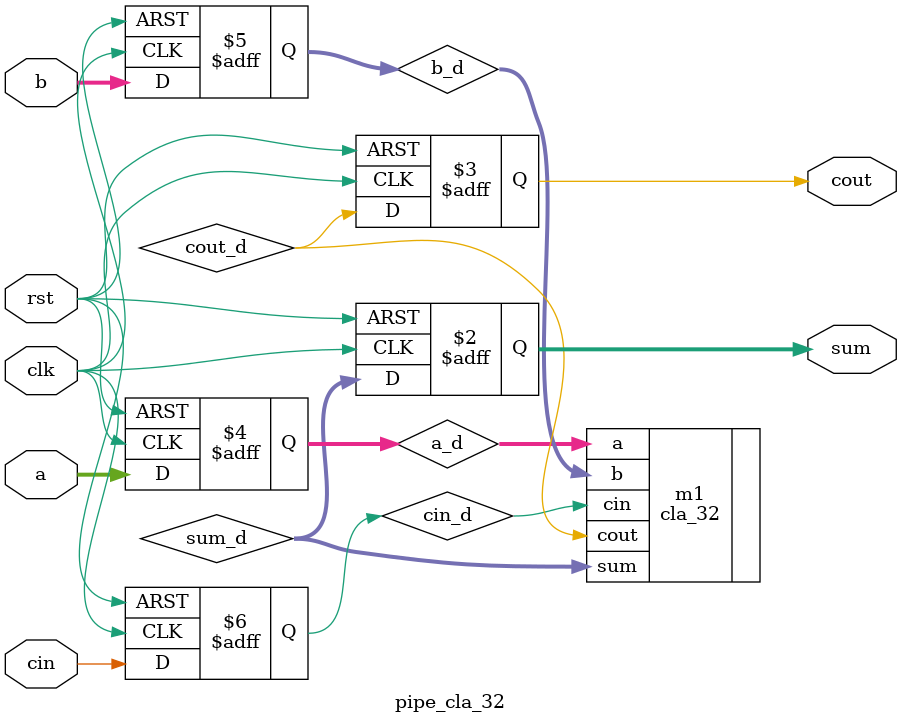
<source format=v>
`timescale 1ns / 1ps


module pipe_cla_32(
    input clk,
    input rst,
    input [31:0]a,
    input [31:0]b,
    input cin,
    output reg [31:0]sum,
    output reg cout
    );
    reg [31:0] a_d,b_d;
    reg cin_d;
    wire [31:0] sum_d;
    wire cout_d;
    cla_32 m1(.a(a_d),.b(b_d),.cin(cin_d),.sum(sum_d),.cout(cout_d));
    always @(posedge clk or posedge rst) begin 
    if (rst) begin 
    a_d<=0;
    b_d<=0;
    cin_d<=0;
    sum<=0;
    cout<=0;
    end
    else begin 
        a_d<=a;
        b_d<=b;
        cin_d<=cin;
        sum<=sum_d;
        cout<=cout_d;
    end
    end
endmodule

</source>
